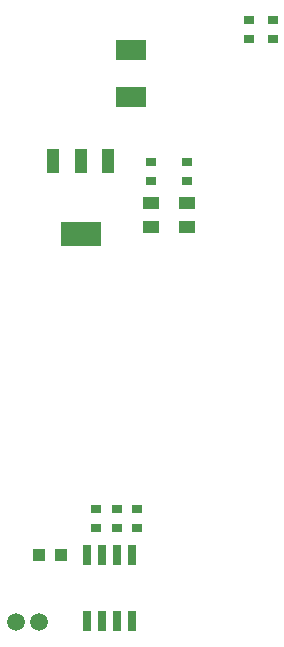
<source format=gtp>
G04 Layer_Color=8421504*
%FSLAX44Y44*%
%MOMM*%
G71*
G01*
G75*
%ADD10R,0.8500X0.8000*%
%ADD11R,1.4000X1.0000*%
%ADD12C,1.5000*%
%ADD13R,1.0000X1.0000*%
%ADD14R,2.5000X1.7000*%
%ADD15R,3.5000X2.1500*%
%ADD16R,1.1000X2.1500*%
%ADD17R,1.1000X2.1500*%
%ADD18R,0.6500X1.7500*%
D10*
X1032500Y695000D02*
D03*
Y679000D02*
D03*
X1062500Y695000D02*
D03*
Y679000D02*
D03*
X985410Y401220D02*
D03*
Y385220D02*
D03*
X1020410D02*
D03*
Y401220D02*
D03*
X1002910Y401220D02*
D03*
Y385220D02*
D03*
X1115000Y799000D02*
D03*
Y815000D02*
D03*
X1135000Y799000D02*
D03*
Y815000D02*
D03*
D11*
X1032498Y660501D02*
D03*
Y639502D02*
D03*
X1062498Y660501D02*
D03*
Y639502D02*
D03*
D12*
X917500Y305000D02*
D03*
X937500D02*
D03*
D13*
X955500Y362500D02*
D03*
X937500D02*
D03*
D14*
X1015000Y790000D02*
D03*
Y750000D02*
D03*
D15*
X972500Y634000D02*
D03*
D16*
X949500Y696000D02*
D03*
X995500D02*
D03*
D17*
X972500D02*
D03*
D18*
X1002960Y362050D02*
D03*
X990260D02*
D03*
X977560D02*
D03*
X1015660D02*
D03*
X977560Y306050D02*
D03*
X990260D02*
D03*
X1002960D02*
D03*
X1015660D02*
D03*
M02*

</source>
